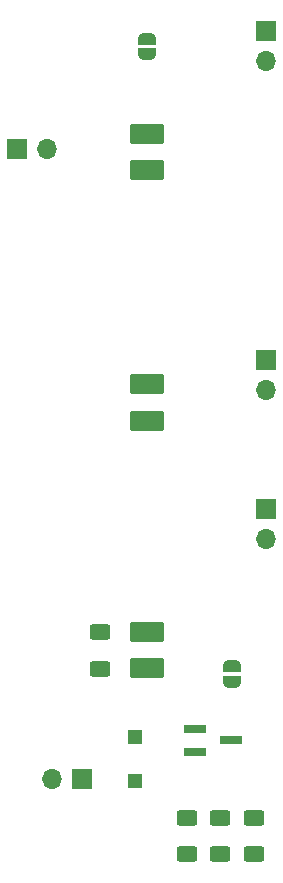
<source format=gts>
G04 #@! TF.GenerationSoftware,KiCad,Pcbnew,6.0.11-2627ca5db0~126~ubuntu22.04.1*
G04 #@! TF.CreationDate,2023-11-05T13:12:04+01:00*
G04 #@! TF.ProjectId,CC_LED_Driver,43435f4c-4544-45f4-9472-697665722e6b,rev?*
G04 #@! TF.SameCoordinates,Original*
G04 #@! TF.FileFunction,Soldermask,Top*
G04 #@! TF.FilePolarity,Negative*
%FSLAX46Y46*%
G04 Gerber Fmt 4.6, Leading zero omitted, Abs format (unit mm)*
G04 Created by KiCad (PCBNEW 6.0.11-2627ca5db0~126~ubuntu22.04.1) date 2023-11-05 13:12:04*
%MOMM*%
%LPD*%
G01*
G04 APERTURE LIST*
G04 Aperture macros list*
%AMRoundRect*
0 Rectangle with rounded corners*
0 $1 Rounding radius*
0 $2 $3 $4 $5 $6 $7 $8 $9 X,Y pos of 4 corners*
0 Add a 4 corners polygon primitive as box body*
4,1,4,$2,$3,$4,$5,$6,$7,$8,$9,$2,$3,0*
0 Add four circle primitives for the rounded corners*
1,1,$1+$1,$2,$3*
1,1,$1+$1,$4,$5*
1,1,$1+$1,$6,$7*
1,1,$1+$1,$8,$9*
0 Add four rect primitives between the rounded corners*
20,1,$1+$1,$2,$3,$4,$5,0*
20,1,$1+$1,$4,$5,$6,$7,0*
20,1,$1+$1,$6,$7,$8,$9,0*
20,1,$1+$1,$8,$9,$2,$3,0*%
%AMFreePoly0*
4,1,22,0.500000,-0.750000,0.000000,-0.750000,0.000000,-0.745033,-0.079941,-0.743568,-0.215256,-0.701293,-0.333266,-0.622738,-0.424486,-0.514219,-0.481581,-0.384460,-0.499164,-0.250000,-0.500000,-0.250000,-0.500000,0.250000,-0.499164,0.250000,-0.499963,0.256109,-0.478152,0.396186,-0.417904,0.524511,-0.324060,0.630769,-0.204165,0.706417,-0.067858,0.745374,0.000000,0.744959,0.000000,0.750000,
0.500000,0.750000,0.500000,-0.750000,0.500000,-0.750000,$1*%
%AMFreePoly1*
4,1,20,0.000000,0.744959,0.073905,0.744508,0.209726,0.703889,0.328688,0.626782,0.421226,0.519385,0.479903,0.390333,0.500000,0.250000,0.500000,-0.250000,0.499851,-0.262216,0.476331,-0.402017,0.414519,-0.529596,0.319384,-0.634700,0.198574,-0.708877,0.061801,-0.746166,0.000000,-0.745033,0.000000,-0.750000,-0.500000,-0.750000,-0.500000,0.750000,0.000000,0.750000,0.000000,0.744959,
0.000000,0.744959,$1*%
G04 Aperture macros list end*
%ADD10RoundRect,0.250000X-0.625000X0.400000X-0.625000X-0.400000X0.625000X-0.400000X0.625000X0.400000X0*%
%ADD11R,1.700000X1.700000*%
%ADD12O,1.700000X1.700000*%
%ADD13FreePoly0,90.000000*%
%ADD14FreePoly1,90.000000*%
%ADD15R,1.900000X0.800000*%
%ADD16RoundRect,0.102000X1.300000X-0.750000X1.300000X0.750000X-1.300000X0.750000X-1.300000X-0.750000X0*%
%ADD17R,1.200000X1.300000*%
G04 APERTURE END LIST*
D10*
X128900000Y-138150000D03*
X128900000Y-141250000D03*
D11*
X135600000Y-112025000D03*
D12*
X135600000Y-114565000D03*
D11*
X114475000Y-81500000D03*
D12*
X117015000Y-81500000D03*
D13*
X125500000Y-73500001D03*
D14*
X125500000Y-72200001D03*
D15*
X129600000Y-130650000D03*
X129600000Y-132550000D03*
X132600000Y-131600000D03*
D16*
X125500000Y-83350000D03*
X125500000Y-80250000D03*
D10*
X131700000Y-138150000D03*
X131700000Y-141250000D03*
D16*
X125500000Y-104550000D03*
X125500000Y-101450000D03*
D11*
X120000000Y-134875000D03*
D12*
X117460000Y-134875000D03*
D16*
X125500000Y-125500000D03*
X125500000Y-122400000D03*
D17*
X124500000Y-131350000D03*
X124500000Y-135050000D03*
D13*
X132700000Y-126650000D03*
D14*
X132700000Y-125350000D03*
D10*
X134600000Y-138150000D03*
X134600000Y-141250000D03*
X121500000Y-122450000D03*
X121500000Y-125550000D03*
D11*
X135600000Y-71525000D03*
D12*
X135600000Y-74065000D03*
D11*
X135600000Y-99425000D03*
D12*
X135600000Y-101965000D03*
M02*

</source>
